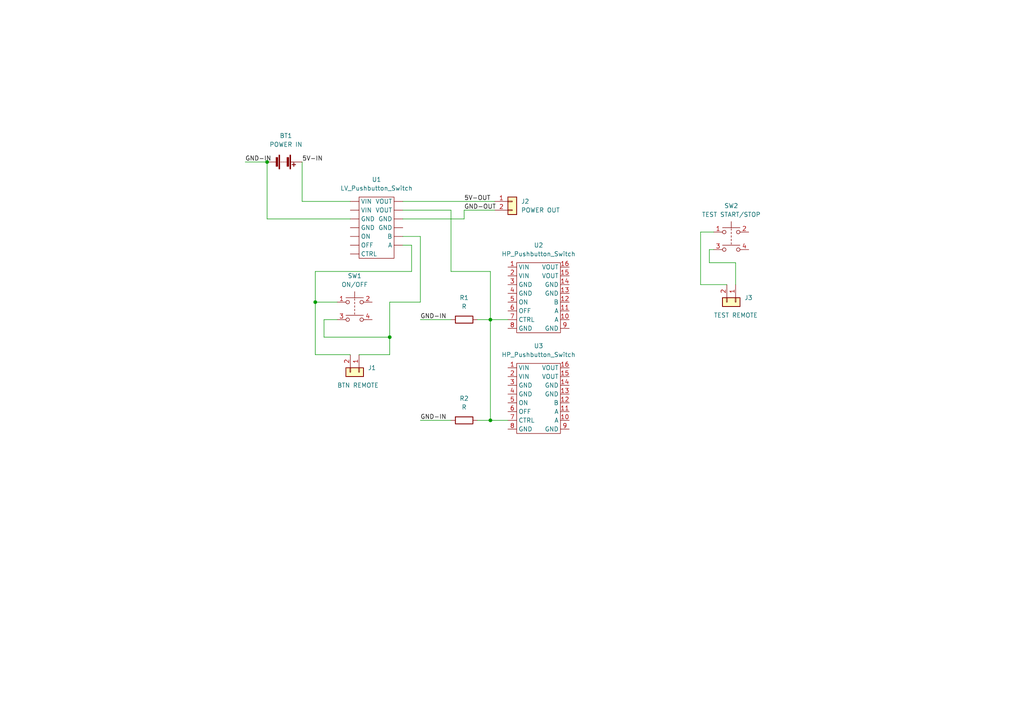
<source format=kicad_sch>
(kicad_sch (version 20211123) (generator eeschema)
  (paper "A4")
  (lib_symbols
    (symbol "Connector_Generic:Conn_01x02" (pin_names (offset 1.016) hide)
      (property "Reference" "J" (at 0 2.54 0))
      (property "Value" "Conn_01x02" (at 0 -5.08 0))
      (symbol "Conn_01x02_1_1"
        (rectangle (start -1.27 -2.413) (end 0 -2.667) (stroke (width 0.1524)))
        (rectangle (start -1.27 0.127) (end 0 -0.127) (stroke (width 0.1524)))
        (rectangle (start -1.27 1.27) (end 1.27 -3.81) (stroke (width 0.254)) (fill (type background)))
        (pin passive line (at -5.08 0 0) (length 3.81) (name "Pin_1") (number "1"))
        (pin passive line (at -5.08 -2.54 0) (length 3.81) (name "Pin_2") (number "2"))
      )
    )
    (symbol "Custom:HP_Pushbutton_Switch"
      (property "Reference" "U" (at 0 11.43 0))
      (property "Value" "HP_Pushbutton_Switch" (at 0 -12.7 0))
      (symbol "HP_Pushbutton_Switch_0_0"
        (pin power_in line (at -8.89 8.89 0) (length 2.54) (name "VIN") (number "1"))
        (pin input line (at 8.89 -6.35 180) (length 2.54) (name "A") (number "10"))
        (pin input line (at 8.89 -3.81 180) (length 2.54) (name "A") (number "11"))
        (pin input line (at 8.89 -1.27 180) (length 2.54) (name "B") (number "12"))
        (pin power_out line (at 8.89 1.27 180) (length 2.54) (name "GND") (number "13"))
        (pin power_out line (at 8.89 3.81 180) (length 2.54) (name "GND") (number "14"))
        (pin power_out line (at 8.89 6.35 180) (length 2.54) (name "VOUT") (number "15"))
        (pin power_out line (at 8.89 8.89 180) (length 2.54) (name "VOUT") (number "16"))
        (pin power_in line (at -8.89 6.35 0) (length 2.54) (name "VIN") (number "2"))
        (pin power_in line (at -8.89 3.81 0) (length 2.54) (name "GND") (number "3"))
        (pin power_in line (at -8.89 1.27 0) (length 2.54) (name "GND") (number "4"))
        (pin input line (at -8.89 -1.27 0) (length 2.54) (name "ON") (number "5"))
        (pin input line (at -8.89 -3.81 0) (length 2.54) (name "OFF") (number "6"))
        (pin input line (at -8.89 -6.35 0) (length 2.54) (name "CTRL") (number "7"))
        (pin power_in line (at -8.89 -8.89 0) (length 2.54) (name "GND") (number "8"))
        (pin power_out line (at 8.89 -8.89 180) (length 2.54) (name "GND") (number "9"))
      )
      (symbol "HP_Pushbutton_Switch_0_1"
        (rectangle (start 6.35 -10.16) (end -6.35 10.16))
      )
    )
    (symbol "Custom:LV_Pushbutton_Switch" (pin_numbers hide)
      (property "Reference" "U" (at 0 10.16 0))
      (property "Value" "LV_Pushbutton_Switch" (at 0 -11.43 0))
      (symbol "LV_Pushbutton_Switch_0_0"
        (pin power_in line (at -7.62 7.62 0) (length 2.54) (name "VIN") (number "1"))
        (pin power_out line (at 7.62 0 180) (length 2.54) (name "GND") (number "10"))
        (pin power_out line (at 7.62 2.54 180) (length 2.54) (name "GND") (number "11"))
        (pin power_out line (at 7.62 5.08 180) (length 2.54) (name "VOUT") (number "12"))
        (pin power_out line (at 7.62 7.62 180) (length 2.54) (name "VOUT") (number "13"))
        (pin power_in line (at -7.62 5.08 0) (length 2.54) (name "VIN") (number "2"))
        (pin power_in line (at -7.62 2.54 0) (length 2.54) (name "GND") (number "3"))
        (pin power_in line (at -7.62 0 0) (length 2.54) (name "GND") (number "4"))
        (pin input line (at -7.62 -2.54 0) (length 2.54) (name "ON") (number "5"))
        (pin input line (at -7.62 -5.08 0) (length 2.54) (name "OFF") (number "6"))
        (pin input line (at -7.62 -7.62 0) (length 2.54) (name "CTRL") (number "7"))
        (pin input line (at 7.62 -5.08 180) (length 2.54) (name "A") (number "8"))
        (pin input line (at 7.62 -2.54 180) (length 2.54) (name "B") (number "9"))
      )
      (symbol "LV_Pushbutton_Switch_0_1"
        (rectangle (start 5.08 -8.89) (end -5.08 8.89))
      )
    )
    (symbol "Device:Battery" (pin_numbers hide) (pin_names (offset 0) hide)
      (property "Reference" "BT" (at 2.54 2.54 0))
      (property "Value" "Battery" (at 2.54 0 0))
      (symbol "Battery_0_1"
        (rectangle (start -2.032 -1.397) (end 2.032 -1.651) (fill (type outline)))
        (rectangle (start -2.032 1.778) (end 2.032 1.524) (fill (type outline)))
        (rectangle (start -1.3208 -1.9812) (end 1.27 -2.4892) (fill (type outline)))
        (rectangle (start -1.3208 1.1938) (end 1.27 0.6858) (fill (type outline)))
        (polyline (pts (xy 0 -1.524) (xy 0 -1.27)))
        (polyline (pts (xy 0 -1.016) (xy 0 -0.762)))
        (polyline (pts (xy 0 -0.508) (xy 0 -0.254)))
        (polyline (pts (xy 0 0) (xy 0 0.254)))
        (polyline (pts (xy 0 0.508) (xy 0 0.762)))
        (polyline (pts (xy 0 1.778) (xy 0 2.54)))
        (polyline (pts (xy 0.254 2.667) (xy 1.27 2.667)) (stroke (width 0.254)))
        (polyline (pts (xy 0.762 3.175) (xy 0.762 2.159)) (stroke (width 0.254)))
      )
      (symbol "Battery_1_1"
        (pin passive line (at 0 5.08 270) (length 2.54) (name "+") (number "1"))
        (pin passive line (at 0 -5.08 90) (length 2.54) (name "-") (number "2"))
      )
    )
    (symbol "Device:R" (pin_numbers hide) (pin_names (offset 0))
      (property "Reference" "R" (at 2.032 0 90))
      (property "Value" "R" (at 0 0 90))
      (symbol "R_0_1"
        (rectangle (start -1.016 -2.54) (end 1.016 2.54) (stroke (width 0.254)))
      )
      (symbol "R_1_1"
        (pin passive line (at 0 3.81 270) (length 1.27) (name "~") (number "1"))
        (pin passive line (at 0 -3.81 90) (length 1.27) (name "~") (number "2"))
      )
    )
    (symbol "Switch:SW_Push_Dual" (pin_names (offset 1.016) hide)
      (property "Reference" "SW" (at 1.27 2.54 0))
      (property "Value" "SW_Push_Dual" (at 0 -6.858 0))
      (symbol "SW_Push_Dual_0_1"
        (circle (center -2.032 -5.08) (radius 0.508))
        (circle (center -2.032 0) (radius 0.508))
        (polyline (pts (xy 0 -3.048) (xy 0 -3.556)))
        (polyline (pts (xy 0 -2.032) (xy 0 -2.54)))
        (polyline (pts (xy 0 -1.524) (xy 0 -1.016)))
        (polyline (pts (xy 0 -0.508) (xy 0 0)))
        (polyline (pts (xy 0 0.508) (xy 0 1.016)))
        (polyline (pts (xy 0 1.27) (xy 0 3.048)))
        (polyline (pts (xy 2.54 -3.81) (xy -2.54 -3.81)))
        (polyline (pts (xy 2.54 1.27) (xy -2.54 1.27)))
        (circle (center 2.032 -5.08) (radius 0.508))
        (circle (center 2.032 0) (radius 0.508))
        (pin passive line (at -5.08 0 0) (length 2.54) (name "1") (number "1"))
        (pin passive line (at 5.08 0 180) (length 2.54) (name "2") (number "2"))
        (pin passive line (at -5.08 -5.08 0) (length 2.54) (name "3") (number "3"))
        (pin passive line (at 5.08 -5.08 180) (length 2.54) (name "4") (number "4"))
      )
    )
  )
  (junction (at 113.03 97.79))
  (junction (at 142.24 92.71))
  (junction (at 91.44 87.63))
  (junction (at 142.24 121.92))
  (junction (at 77.47 46.99))
  (wire (pts (xy 93.98 92.71) (xy 97.79 92.71)))
  (wire (pts (xy 77.47 46.99) (xy 77.47 63.5)))
  (wire (pts (xy 116.84 60.96) (xy 130.81 60.96)))
  (wire (pts (xy 116.84 68.58) (xy 121.92 68.58)))
  (wire (pts (xy 203.2 82.55) (xy 203.2 67.31)))
  (wire (pts (xy 116.84 71.12) (xy 119.38 71.12)))
  (wire (pts (xy 113.03 97.79) (xy 113.03 102.87)))
  (wire (pts (xy 91.44 102.87) (xy 101.6 102.87)))
  (wire (pts (xy 91.44 87.63) (xy 97.79 87.63)))
  (wire (pts (xy 142.24 92.71) (xy 142.24 121.92)))
  (wire (pts (xy 91.44 87.63) (xy 91.44 102.87)))
  (wire (pts (xy 121.92 68.58) (xy 121.92 87.63)))
  (wire (pts (xy 138.43 121.92) (xy 142.24 121.92)))
  (wire (pts (xy 87.63 58.42) (xy 101.6 58.42)))
  (wire (pts (xy 119.38 78.74) (xy 91.44 78.74)))
  (wire (pts (xy 130.81 60.96) (xy 130.81 78.74)))
  (wire (pts (xy 142.24 92.71) (xy 147.32 92.71)))
  (wire (pts (xy 205.74 76.2) (xy 205.74 72.39)))
  (wire (pts (xy 116.84 58.42) (xy 143.51 58.42)))
  (wire (pts (xy 113.03 97.79) (xy 93.98 97.79)))
  (wire (pts (xy 121.92 87.63) (xy 113.03 87.63)))
  (wire (pts (xy 134.62 63.5) (xy 134.62 60.96)))
  (wire (pts (xy 210.82 82.55) (xy 203.2 82.55)))
  (wire (pts (xy 113.03 87.63) (xy 113.03 97.79)))
  (wire (pts (xy 87.63 46.99) (xy 87.63 58.42)))
  (wire (pts (xy 142.24 121.92) (xy 147.32 121.92)))
  (wire (pts (xy 121.92 92.71) (xy 130.81 92.71)))
  (wire (pts (xy 134.62 60.96) (xy 143.51 60.96)))
  (wire (pts (xy 130.81 78.74) (xy 142.24 78.74)))
  (wire (pts (xy 71.12 46.99) (xy 77.47 46.99)))
  (wire (pts (xy 142.24 78.74) (xy 142.24 92.71)))
  (wire (pts (xy 205.74 72.39) (xy 207.01 72.39)))
  (wire (pts (xy 91.44 78.74) (xy 91.44 87.63)))
  (wire (pts (xy 213.36 82.55) (xy 213.36 76.2)))
  (wire (pts (xy 116.84 63.5) (xy 134.62 63.5)))
  (wire (pts (xy 121.92 121.92) (xy 130.81 121.92)))
  (wire (pts (xy 213.36 76.2) (xy 205.74 76.2)))
  (wire (pts (xy 138.43 92.71) (xy 142.24 92.71)))
  (wire (pts (xy 203.2 67.31) (xy 207.01 67.31)))
  (wire (pts (xy 119.38 71.12) (xy 119.38 78.74)))
  (wire (pts (xy 104.14 102.87) (xy 113.03 102.87)))
  (wire (pts (xy 77.47 63.5) (xy 101.6 63.5)))
  (wire (pts (xy 93.98 97.79) (xy 93.98 92.71)))
  (label "GND-IN" (at 121.92 121.92 0))
  (label "5V-IN" (at 87.63 46.99 0))
  (label "5V-OUT" (at 134.62 58.42 0))
  (label "GND-IN" (at 71.12 46.99 0))
  (label "GND-OUT" (at 134.62 60.96 0))
  (label "GND-IN" (at 121.92 92.71 0))
  (symbol (lib_id "Switch:SW_Push_Dual") (at 102.87 87.63 0) (unit 1)
    (property "Reference" "SW1" (at 102.87 80.01 0))
    (property "Value" "ON/OFF" (at 102.87 82.55 0))
    (property "Footprint" "Custom:Small Dual Push Button" (effects hide))
  )
  (symbol (lib_id "Custom:HP_Pushbutton_Switch") (at 156.21 86.36 0) (unit 1)
    (property "Reference" "U2" (at 156.21 71.12 0))
    (property "Value" "HP_Pushbutton_Switch" (at 156.21 73.66 0))
    (property "Footprint" "Custom:HV_PushButton_Switch" (effects hide))
  )
  (symbol (lib_id "Connector_Generic:Conn_01x02") (at 104.14 107.95 270) (unit 1)
    (property "Reference" "J1" (at 106.68 106.6799 90) (effects (justify left)))
    (property "Value" "BTN REMOTE" (at 97.79 111.76 90) (effects (justify left)))
    (property "Footprint" "Connector_JST:JST_XH_B2B-XH-A_1x02_P2.50mm_Vertical" (effects hide))
  )
  (symbol (lib_id "Custom:HP_Pushbutton_Switch") (at 156.21 115.57 0) (unit 1)
    (property "Reference" "U3" (at 156.21 100.33 0))
    (property "Value" "HP_Pushbutton_Switch" (at 156.21 102.87 0))
    (property "Footprint" "Custom:HV_PushButton_Switch" (effects hide))
  )
  (symbol (lib_id "Device:R") (at 134.62 92.71 90) (unit 1)
    (property "Reference" "R1" (at 134.62 86.36 90))
    (property "Value" "R" (at 134.62 88.9 90))
    (property "Footprint" "Resistor_THT:R_Axial_DIN0207_L6.3mm_D2.5mm_P7.62mm_Horizontal" (effects hide))
  )
  (symbol (lib_id "Connector_Generic:Conn_01x02") (at 148.59 58.42 0) (unit 1)
    (property "Reference" "J2" (at 151.13 58.4199 0) (effects (justify left)))
    (property "Value" "POWER OUT" (at 151.13 60.9599 0) (effects (justify left)))
    (property "Footprint" "Connector_JST:JST_XH_B2B-XH-A_1x02_P2.50mm_Vertical" (effects hide))
  )
  (symbol (lib_id "Device:Battery") (at 82.55 46.99 270) (unit 1)
    (property "Reference" "BT1" (at 82.931 39.37 90))
    (property "Value" "POWER IN" (at 82.931 41.91 90))
    (property "Footprint" "Connector_JST:JST_XH_B2B-XH-A_1x02_P2.50mm_Vertical" (effects hide))
  )
  (symbol (lib_id "Switch:SW_Push_Dual") (at 212.09 67.31 0) (unit 1)
    (property "Reference" "SW2" (at 212.09 59.69 0))
    (property "Value" "TEST START/STOP" (at 212.09 62.23 0))
    (property "Footprint" "Custom:Small Dual Push Button" (effects hide))
  )
  (symbol (lib_id "Connector_Generic:Conn_01x02") (at 213.36 87.63 270) (unit 1)
    (property "Reference" "J3" (at 215.9 86.3599 90) (effects (justify left)))
    (property "Value" "TEST REMOTE" (at 207.01 91.44 90) (effects (justify left)))
    (property "Footprint" "Connector_JST:JST_XH_B2B-XH-A_1x02_P2.50mm_Vertical" (effects hide))
  )
  (symbol (lib_id "Custom:LV_Pushbutton_Switch") (at 109.22 66.04 0) (unit 1)
    (property "Reference" "U1" (at 109.22 52.07 0))
    (property "Value" "LV_Pushbutton_Switch" (at 109.22 54.61 0))
    (property "Footprint" "Custom:LV_PushButton_Switch" (effects hide))
  )
  (symbol (lib_id "Device:R") (at 134.62 121.92 90) (unit 1)
    (property "Reference" "R2" (at 134.62 115.57 90))
    (property "Value" "R" (at 134.62 118.11 90))
    (property "Footprint" "Resistor_THT:R_Axial_DIN0207_L6.3mm_D2.5mm_P7.62mm_Horizontal" (effects hide))
  )
)
</source>
